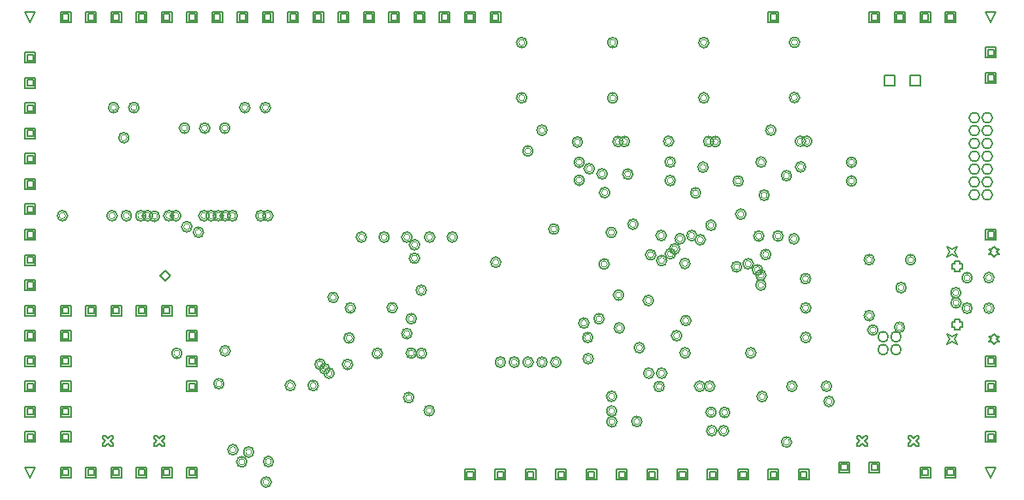
<source format=gbr>
%TF.GenerationSoftware,Altium Limited,Altium Designer,21.0.8 (223)*%
G04 Layer_Color=2752767*
%FSLAX45Y45*%
%MOMM*%
%TF.SameCoordinates,E6859DB6-3A4E-404A-A1E8-5F06C1255FAD*%
%TF.FilePolarity,Positive*%
%TF.FileFunction,Drawing*%
%TF.Part,Single*%
G01*
G75*
%TA.AperFunction,NonConductor*%
%ADD167C,0.12700*%
%ADD168C,0.16933*%
%ADD169C,0.10160*%
D167*
X8697200Y4074200D02*
Y4175800D01*
X8798800D01*
Y4074200D01*
X8697200D01*
X8951200D02*
Y4175800D01*
X9052800D01*
Y4074200D01*
X8951200D01*
X250000Y199200D02*
X199200Y300800D01*
X300800D01*
X250000Y199200D01*
X9750000D02*
X9699200Y300800D01*
X9800800D01*
X9750000Y199200D01*
Y4699200D02*
X9699200Y4800800D01*
X9800800D01*
X9750000Y4699200D01*
X250000D02*
X199200Y4800800D01*
X300800D01*
X250000Y4699200D01*
X9782000Y1517200D02*
X9807400Y1542600D01*
X9832800D01*
X9807400Y1568000D01*
X9832800Y1593400D01*
X9807400D01*
X9782000Y1618800D01*
X9756600Y1593400D01*
X9731200D01*
X9756600Y1568000D01*
X9731200Y1542600D01*
X9756600D01*
X9782000Y1517200D01*
X9313200Y2381200D02*
X9338600Y2432000D01*
X9313200Y2482800D01*
X9364000Y2457400D01*
X9414800Y2482800D01*
X9389400Y2432000D01*
X9414800Y2381200D01*
X9364000Y2406600D01*
X9313200Y2381200D01*
Y1517200D02*
X9338600Y1568000D01*
X9313200Y1618800D01*
X9364000Y1593400D01*
X9414800Y1618800D01*
X9389400Y1568000D01*
X9414800Y1517200D01*
X9364000Y1542600D01*
X9313200Y1517200D01*
X9782000Y2381200D02*
X9807400Y2406600D01*
X9832800D01*
X9807400Y2432000D01*
X9832800Y2457400D01*
X9807400D01*
X9782000Y2482800D01*
X9756600Y2457400D01*
X9731200D01*
X9756600Y2432000D01*
X9731200Y2406600D01*
X9756600D01*
X9782000Y2381200D01*
X9391600Y2263600D02*
Y2238200D01*
X9442400D01*
Y2263600D01*
X9467800D01*
Y2314400D01*
X9442400D01*
Y2339800D01*
X9391600D01*
Y2314400D01*
X9366200D01*
Y2263600D01*
X9391600D01*
Y1685600D02*
Y1660200D01*
X9442400D01*
Y1685600D01*
X9467800D01*
Y1736400D01*
X9442400D01*
Y1761800D01*
X9391600D01*
Y1736400D01*
X9366200D01*
Y1685600D01*
X9391600D01*
X8425200Y508000D02*
X8450600D01*
X8476000Y533400D01*
X8501400Y508000D01*
X8526800D01*
Y533400D01*
X8501400Y558800D01*
X8526800Y584200D01*
Y609600D01*
X8501400D01*
X8476000Y584200D01*
X8450600Y609600D01*
X8425200D01*
Y584200D01*
X8450600Y558800D01*
X8425200Y533400D01*
Y508000D01*
X8933200D02*
X8958600D01*
X8984000Y533400D01*
X9009400Y508000D01*
X9034800D01*
Y533400D01*
X9009400Y558800D01*
X9034800Y584200D01*
Y609600D01*
X9009400D01*
X8984000Y584200D01*
X8958600Y609600D01*
X8933200D01*
Y584200D01*
X8958600Y558800D01*
X8933200Y533400D01*
Y508000D01*
X965200D02*
X990600D01*
X1016000Y533400D01*
X1041400Y508000D01*
X1066800D01*
Y533400D01*
X1041400Y558800D01*
X1066800Y584200D01*
Y609600D01*
X1041400D01*
X1016000Y584200D01*
X990600Y609600D01*
X965200D01*
Y584200D01*
X990600Y558800D01*
X965200Y533400D01*
Y508000D01*
X1473200D02*
X1498600D01*
X1524000Y533400D01*
X1549400Y508000D01*
X1574800D01*
Y533400D01*
X1549400Y558800D01*
X1574800Y584200D01*
Y609600D01*
X1549400D01*
X1524000Y584200D01*
X1498600Y609600D01*
X1473200D01*
Y584200D01*
X1498600Y558800D01*
X1473200Y533400D01*
Y508000D01*
X1533700Y2197600D02*
X1584500Y2248400D01*
X1635300Y2197600D01*
X1584500Y2146800D01*
X1533700Y2197600D01*
X9699200Y1049200D02*
Y1150800D01*
X9800800D01*
Y1049200D01*
X9699200D01*
X9719520Y1069520D02*
Y1130480D01*
X9780480D01*
Y1069520D01*
X9719520D01*
X9049200Y199200D02*
Y300800D01*
X9150800D01*
Y199200D01*
X9049200D01*
X9069520Y219520D02*
Y280480D01*
X9130480D01*
Y219520D01*
X9069520D01*
X9299200Y199200D02*
Y300800D01*
X9400800D01*
Y199200D01*
X9299200D01*
X9319520Y219520D02*
Y280480D01*
X9380480D01*
Y219520D01*
X9319520D01*
X9699200Y549200D02*
Y650800D01*
X9800800D01*
Y549200D01*
X9699200D01*
X9719520Y569520D02*
Y630480D01*
X9780480D01*
Y569520D01*
X9719520D01*
X9699200Y799200D02*
Y900800D01*
X9800800D01*
Y799200D01*
X9699200D01*
X9719520Y819520D02*
Y880480D01*
X9780480D01*
Y819520D01*
X9719520D01*
X9699200Y1299200D02*
Y1400800D01*
X9800800D01*
Y1299200D01*
X9699200D01*
X9719520Y1319520D02*
Y1380480D01*
X9780480D01*
Y1319520D01*
X9719520D01*
X9699200Y2549200D02*
Y2650800D01*
X9800800D01*
Y2549200D01*
X9699200D01*
X9719520Y2569520D02*
Y2630480D01*
X9780480D01*
Y2569520D01*
X9719520D01*
X9699200Y4099200D02*
Y4200800D01*
X9800800D01*
Y4099200D01*
X9699200D01*
X9719520Y4119520D02*
Y4180480D01*
X9780480D01*
Y4119520D01*
X9719520D01*
X9699200Y4349200D02*
Y4450800D01*
X9800800D01*
Y4349200D01*
X9699200D01*
X9719520Y4369520D02*
Y4430480D01*
X9780480D01*
Y4369520D01*
X9719520D01*
X1799200Y1049200D02*
Y1150800D01*
X1900800D01*
Y1049200D01*
X1799200D01*
X1819520Y1069520D02*
Y1130480D01*
X1880480D01*
Y1069520D01*
X1819520D01*
X1799200Y1299200D02*
Y1400800D01*
X1900800D01*
Y1299200D01*
X1799200D01*
X1819520Y1319520D02*
Y1380480D01*
X1880480D01*
Y1319520D01*
X1819520D01*
X1799200Y1549200D02*
Y1650800D01*
X1900800D01*
Y1549200D01*
X1799200D01*
X1819520Y1569520D02*
Y1630480D01*
X1880480D01*
Y1569520D01*
X1819520D01*
X1799200Y1799200D02*
Y1900800D01*
X1900800D01*
Y1799200D01*
X1799200D01*
X1819520Y1819520D02*
Y1880480D01*
X1880480D01*
Y1819520D01*
X1819520D01*
X1549200Y1799200D02*
Y1900800D01*
X1650800D01*
Y1799200D01*
X1549200D01*
X1569520Y1819520D02*
Y1880480D01*
X1630480D01*
Y1819520D01*
X1569520D01*
X1299200Y1799200D02*
Y1900800D01*
X1400800D01*
Y1799200D01*
X1299200D01*
X1319520Y1819520D02*
Y1880480D01*
X1380480D01*
Y1819520D01*
X1319520D01*
X1049200Y1799200D02*
Y1900800D01*
X1150800D01*
Y1799200D01*
X1049200D01*
X1069520Y1819520D02*
Y1880480D01*
X1130480D01*
Y1819520D01*
X1069520D01*
X799200Y1799200D02*
Y1900800D01*
X900800D01*
Y1799200D01*
X799200D01*
X819520Y1819520D02*
Y1880480D01*
X880480D01*
Y1819520D01*
X819520D01*
X549200Y1799200D02*
Y1900800D01*
X650800D01*
Y1799200D01*
X549200D01*
X569520Y1819520D02*
Y1880480D01*
X630480D01*
Y1819520D01*
X569520D01*
X549200Y1549200D02*
Y1650800D01*
X650800D01*
Y1549200D01*
X549200D01*
X569520Y1569520D02*
Y1630480D01*
X630480D01*
Y1569520D01*
X569520D01*
X549200Y1299200D02*
Y1400800D01*
X650800D01*
Y1299200D01*
X549200D01*
X569520Y1319520D02*
Y1380480D01*
X630480D01*
Y1319520D01*
X569520D01*
X549200Y1049200D02*
Y1150800D01*
X650800D01*
Y1049200D01*
X549200D01*
X569520Y1069520D02*
Y1130480D01*
X630480D01*
Y1069520D01*
X569520D01*
X549200Y799200D02*
Y900800D01*
X650800D01*
Y799200D01*
X549200D01*
X569520Y819520D02*
Y880480D01*
X630480D01*
Y819520D01*
X569520D01*
X549200Y549200D02*
Y650800D01*
X650800D01*
Y549200D01*
X549200D01*
X569520Y569520D02*
Y630480D01*
X630480D01*
Y569520D01*
X569520D01*
X549200Y199200D02*
Y300800D01*
X650800D01*
Y199200D01*
X549200D01*
X569520Y219520D02*
Y280480D01*
X630480D01*
Y219520D01*
X569520D01*
X799200Y199200D02*
Y300800D01*
X900800D01*
Y199200D01*
X799200D01*
X819520Y219520D02*
Y280480D01*
X880480D01*
Y219520D01*
X819520D01*
X1049200Y199200D02*
Y300800D01*
X1150800D01*
Y199200D01*
X1049200D01*
X1069520Y219520D02*
Y280480D01*
X1130480D01*
Y219520D01*
X1069520D01*
X1299200Y199200D02*
Y300800D01*
X1400800D01*
Y199200D01*
X1299200D01*
X1319520Y219520D02*
Y280480D01*
X1380480D01*
Y219520D01*
X1319520D01*
X1549200Y199200D02*
Y300800D01*
X1650800D01*
Y199200D01*
X1549200D01*
X1569520Y219520D02*
Y280480D01*
X1630480D01*
Y219520D01*
X1569520D01*
X1799200Y199200D02*
Y300800D01*
X1900800D01*
Y199200D01*
X1799200D01*
X1819520Y219520D02*
Y280480D01*
X1880480D01*
Y219520D01*
X1819520D01*
X8549200Y4699200D02*
Y4800800D01*
X8650800D01*
Y4699200D01*
X8549200D01*
X8569520Y4719520D02*
Y4780480D01*
X8630480D01*
Y4719520D01*
X8569520D01*
X8799200Y4699200D02*
Y4800800D01*
X8900800D01*
Y4699200D01*
X8799200D01*
X8819520Y4719520D02*
Y4780480D01*
X8880480D01*
Y4719520D01*
X8819520D01*
X9049200Y4699200D02*
Y4800800D01*
X9150800D01*
Y4699200D01*
X9049200D01*
X9069520Y4719520D02*
Y4780480D01*
X9130480D01*
Y4719520D01*
X9069520D01*
X9299200Y4699200D02*
Y4800800D01*
X9400800D01*
Y4699200D01*
X9299200D01*
X9319520Y4719520D02*
Y4780480D01*
X9380480D01*
Y4719520D01*
X9319520D01*
X4549200Y4699200D02*
Y4800800D01*
X4650800D01*
Y4699200D01*
X4549200D01*
X4569520Y4719520D02*
Y4780480D01*
X4630480D01*
Y4719520D01*
X4569520D01*
X4799200Y4699200D02*
Y4800800D01*
X4900800D01*
Y4699200D01*
X4799200D01*
X4819520Y4719520D02*
Y4780480D01*
X4880480D01*
Y4719520D01*
X4819520D01*
X7549200Y4699200D02*
Y4800800D01*
X7650800D01*
Y4699200D01*
X7549200D01*
X7569520Y4719520D02*
Y4780480D01*
X7630480D01*
Y4719520D01*
X7569520D01*
X549200Y4699200D02*
Y4800800D01*
X650800D01*
Y4699200D01*
X549200D01*
X569520Y4719520D02*
Y4780480D01*
X630480D01*
Y4719520D01*
X569520D01*
X799200Y4699200D02*
Y4800800D01*
X900800D01*
Y4699200D01*
X799200D01*
X819520Y4719520D02*
Y4780480D01*
X880480D01*
Y4719520D01*
X819520D01*
X1049200Y4699200D02*
Y4800800D01*
X1150800D01*
Y4699200D01*
X1049200D01*
X1069520Y4719520D02*
Y4780480D01*
X1130480D01*
Y4719520D01*
X1069520D01*
X1299200Y4699200D02*
Y4800800D01*
X1400800D01*
Y4699200D01*
X1299200D01*
X1319520Y4719520D02*
Y4780480D01*
X1380480D01*
Y4719520D01*
X1319520D01*
X1549200Y4699200D02*
Y4800800D01*
X1650800D01*
Y4699200D01*
X1549200D01*
X1569520Y4719520D02*
Y4780480D01*
X1630480D01*
Y4719520D01*
X1569520D01*
X1799200Y4699200D02*
Y4800800D01*
X1900800D01*
Y4699200D01*
X1799200D01*
X1819520Y4719520D02*
Y4780480D01*
X1880480D01*
Y4719520D01*
X1819520D01*
X2049200Y4699200D02*
Y4800800D01*
X2150800D01*
Y4699200D01*
X2049200D01*
X2069520Y4719520D02*
Y4780480D01*
X2130480D01*
Y4719520D01*
X2069520D01*
X2299200Y4699200D02*
Y4800800D01*
X2400800D01*
Y4699200D01*
X2299200D01*
X2319520Y4719520D02*
Y4780480D01*
X2380480D01*
Y4719520D01*
X2319520D01*
X2549200Y4699200D02*
Y4800800D01*
X2650800D01*
Y4699200D01*
X2549200D01*
X2569520Y4719520D02*
Y4780480D01*
X2630480D01*
Y4719520D01*
X2569520D01*
X2799200Y4699200D02*
Y4800800D01*
X2900800D01*
Y4699200D01*
X2799200D01*
X2819520Y4719520D02*
Y4780480D01*
X2880480D01*
Y4719520D01*
X2819520D01*
X3049200Y4699200D02*
Y4800800D01*
X3150800D01*
Y4699200D01*
X3049200D01*
X3069520Y4719520D02*
Y4780480D01*
X3130480D01*
Y4719520D01*
X3069520D01*
X3299200Y4699200D02*
Y4800800D01*
X3400800D01*
Y4699200D01*
X3299200D01*
X3319520Y4719520D02*
Y4780480D01*
X3380480D01*
Y4719520D01*
X3319520D01*
X3549200Y4699200D02*
Y4800800D01*
X3650800D01*
Y4699200D01*
X3549200D01*
X3569520Y4719520D02*
Y4780480D01*
X3630480D01*
Y4719520D01*
X3569520D01*
X3799200Y4699200D02*
Y4800800D01*
X3900800D01*
Y4699200D01*
X3799200D01*
X3819520Y4719520D02*
Y4780480D01*
X3880480D01*
Y4719520D01*
X3819520D01*
X4049200Y4699200D02*
Y4800800D01*
X4150800D01*
Y4699200D01*
X4049200D01*
X4069520Y4719520D02*
Y4780480D01*
X4130480D01*
Y4719520D01*
X4069520D01*
X4299200Y4699200D02*
Y4800800D01*
X4400800D01*
Y4699200D01*
X4299200D01*
X4319520Y4719520D02*
Y4780480D01*
X4380480D01*
Y4719520D01*
X4319520D01*
X199200Y4299200D02*
Y4400800D01*
X300800D01*
Y4299200D01*
X199200D01*
X219520Y4319520D02*
Y4380480D01*
X280480D01*
Y4319520D01*
X219520D01*
X199200Y4049200D02*
Y4150800D01*
X300800D01*
Y4049200D01*
X199200D01*
X219520Y4069520D02*
Y4130480D01*
X280480D01*
Y4069520D01*
X219520D01*
X199200Y3799200D02*
Y3900800D01*
X300800D01*
Y3799200D01*
X199200D01*
X219520Y3819520D02*
Y3880480D01*
X280480D01*
Y3819520D01*
X219520D01*
X199200Y3549200D02*
Y3650800D01*
X300800D01*
Y3549200D01*
X199200D01*
X219520Y3569520D02*
Y3630480D01*
X280480D01*
Y3569520D01*
X219520D01*
X199200Y3299200D02*
Y3400800D01*
X300800D01*
Y3299200D01*
X199200D01*
X219520Y3319520D02*
Y3380480D01*
X280480D01*
Y3319520D01*
X219520D01*
X199200Y3049200D02*
Y3150800D01*
X300800D01*
Y3049200D01*
X199200D01*
X219520Y3069520D02*
Y3130480D01*
X280480D01*
Y3069520D01*
X219520D01*
X199200Y2799200D02*
Y2900800D01*
X300800D01*
Y2799200D01*
X199200D01*
X219520Y2819520D02*
Y2880480D01*
X280480D01*
Y2819520D01*
X219520D01*
X199200Y2549200D02*
Y2650800D01*
X300800D01*
Y2549200D01*
X199200D01*
X219520Y2569520D02*
Y2630480D01*
X280480D01*
Y2569520D01*
X219520D01*
X199200Y2299200D02*
Y2400800D01*
X300800D01*
Y2299200D01*
X199200D01*
X219520Y2319520D02*
Y2380480D01*
X280480D01*
Y2319520D01*
X219520D01*
X199200Y2049200D02*
Y2150800D01*
X300800D01*
Y2049200D01*
X199200D01*
X219520Y2069520D02*
Y2130480D01*
X280480D01*
Y2069520D01*
X219520D01*
X199200Y1799200D02*
Y1900800D01*
X300800D01*
Y1799200D01*
X199200D01*
X219520Y1819520D02*
Y1880480D01*
X280480D01*
Y1819520D01*
X219520D01*
X199200Y1549200D02*
Y1650800D01*
X300800D01*
Y1549200D01*
X199200D01*
X219520Y1569520D02*
Y1630480D01*
X280480D01*
Y1569520D01*
X219520D01*
X199200Y1299200D02*
Y1400800D01*
X300800D01*
Y1299200D01*
X199200D01*
X219520Y1319520D02*
Y1380480D01*
X280480D01*
Y1319520D01*
X219520D01*
X199200Y1049200D02*
Y1150800D01*
X300800D01*
Y1049200D01*
X199200D01*
X219520Y1069520D02*
Y1130480D01*
X280480D01*
Y1069520D01*
X219520D01*
X199200Y799200D02*
Y900800D01*
X300800D01*
Y799200D01*
X199200D01*
X219520Y819520D02*
Y880480D01*
X280480D01*
Y819520D01*
X219520D01*
X199200Y549200D02*
Y650800D01*
X300800D01*
Y549200D01*
X199200D01*
X219520Y569520D02*
Y630480D01*
X280480D01*
Y569520D01*
X219520D01*
X4549200Y174200D02*
Y275800D01*
X4650800D01*
Y174200D01*
X4549200D01*
X4569520Y194520D02*
Y255480D01*
X4630480D01*
Y194520D01*
X4569520D01*
X4849200Y174200D02*
Y275800D01*
X4950800D01*
Y174200D01*
X4849200D01*
X4869520Y194520D02*
Y255480D01*
X4930480D01*
Y194520D01*
X4869520D01*
X5149200Y174200D02*
Y275800D01*
X5250800D01*
Y174200D01*
X5149200D01*
X5169520Y194520D02*
Y255480D01*
X5230480D01*
Y194520D01*
X5169520D01*
X5449200Y174200D02*
Y275800D01*
X5550800D01*
Y174200D01*
X5449200D01*
X5469520Y194520D02*
Y255480D01*
X5530480D01*
Y194520D01*
X5469520D01*
X5749200Y174200D02*
Y275800D01*
X5850800D01*
Y174200D01*
X5749200D01*
X5769520Y194520D02*
Y255480D01*
X5830480D01*
Y194520D01*
X5769520D01*
X6049200Y174200D02*
Y275800D01*
X6150800D01*
Y174200D01*
X6049200D01*
X6069520Y194520D02*
Y255480D01*
X6130480D01*
Y194520D01*
X6069520D01*
X6349200Y174200D02*
Y275800D01*
X6450800D01*
Y174200D01*
X6349200D01*
X6369520Y194520D02*
Y255480D01*
X6430480D01*
Y194520D01*
X6369520D01*
X6649200Y174200D02*
Y275800D01*
X6750800D01*
Y174200D01*
X6649200D01*
X6669520Y194520D02*
Y255480D01*
X6730480D01*
Y194520D01*
X6669520D01*
X6949200Y174200D02*
Y275800D01*
X7050800D01*
Y174200D01*
X6949200D01*
X6969520Y194520D02*
Y255480D01*
X7030480D01*
Y194520D01*
X6969520D01*
X7249200Y174200D02*
Y275800D01*
X7350800D01*
Y174200D01*
X7249200D01*
X7269520Y194520D02*
Y255480D01*
X7330480D01*
Y194520D01*
X7269520D01*
X7549200Y174200D02*
Y275800D01*
X7650800D01*
Y174200D01*
X7549200D01*
X7569520Y194520D02*
Y255480D01*
X7630480D01*
Y194520D01*
X7569520D01*
X7849200Y174200D02*
Y275800D01*
X7950800D01*
Y174200D01*
X7849200D01*
X7869520Y194520D02*
Y255480D01*
X7930480D01*
Y194520D01*
X7869520D01*
X8249200Y249200D02*
Y350800D01*
X8350800D01*
Y249200D01*
X8249200D01*
X8269520Y269520D02*
Y330480D01*
X8330480D01*
Y269520D01*
X8269520D01*
X8549200Y249200D02*
Y350800D01*
X8650800D01*
Y249200D01*
X8549200D01*
X8569520Y269520D02*
Y330480D01*
X8630480D01*
Y269520D01*
X8569520D01*
D168*
X9764300Y3756000D02*
G03*
X9764300Y3756000I-50800J0D01*
G01*
X9637300D02*
G03*
X9637300Y3756000I-50800J0D01*
G01*
X9764300Y3629000D02*
G03*
X9764300Y3629000I-50800J0D01*
G01*
Y3502000D02*
G03*
X9764300Y3502000I-50800J0D01*
G01*
X9637300Y3629000D02*
G03*
X9637300Y3629000I-50800J0D01*
G01*
Y3502000D02*
G03*
X9637300Y3502000I-50800J0D01*
G01*
X9764300Y3375000D02*
G03*
X9764300Y3375000I-50800J0D01*
G01*
X9637300D02*
G03*
X9637300Y3375000I-50800J0D01*
G01*
X9764300Y3248000D02*
G03*
X9764300Y3248000I-50800J0D01*
G01*
Y3121000D02*
G03*
X9764300Y3121000I-50800J0D01*
G01*
Y2994000D02*
G03*
X9764300Y2994000I-50800J0D01*
G01*
X9637300Y3248000D02*
G03*
X9637300Y3248000I-50800J0D01*
G01*
Y3121000D02*
G03*
X9637300Y3121000I-50800J0D01*
G01*
Y2994000D02*
G03*
X9637300Y2994000I-50800J0D01*
G01*
X8862060Y1463040D02*
G03*
X8862060Y1463040I-50800J0D01*
G01*
X8735060D02*
G03*
X8735060Y1463040I-50800J0D01*
G01*
X8862060Y1590040D02*
G03*
X8862060Y1590040I-50800J0D01*
G01*
X8735060D02*
G03*
X8735060Y1590040I-50800J0D01*
G01*
X6050280Y1000520D02*
G03*
X6050280Y1000520I-50800J0D01*
G01*
X5775800Y1725000D02*
G03*
X5775800Y1725000I-50800J0D01*
G01*
X1750800Y1425000D02*
G03*
X1750800Y1425000I-50800J0D01*
G01*
X4475480Y2575560D02*
G03*
X4475480Y2575560I-50800J0D01*
G01*
X6047740Y2620920D02*
G03*
X6047740Y2620920I-50800J0D01*
G01*
X7526020Y2100580D02*
G03*
X7526020Y2100580I-50800J0D01*
G01*
X5478780Y2654300D02*
G03*
X5478780Y2654300I-50800J0D01*
G01*
X6540500Y2590800D02*
G03*
X6540500Y2590800I-50800J0D01*
G01*
X6926471Y2548786D02*
G03*
X6926471Y2548786I-50800J0D01*
G01*
X7853680Y2557780D02*
G03*
X7853680Y2557780I-50800J0D01*
G01*
X6418580Y1229360D02*
G03*
X6418580Y1229360I-50800J0D01*
G01*
X6545580D02*
G03*
X6545580Y1229360I-50800J0D01*
G01*
X8175800Y1100000D02*
G03*
X8175800Y1100000I-50800J0D01*
G01*
X4101339Y2498599D02*
G03*
X4101339Y2498599I-50800J0D01*
G01*
X4100830Y2366010D02*
G03*
X4100830Y2366010I-50800J0D01*
G01*
X3296920Y1978660D02*
G03*
X3296920Y1978660I-50800J0D01*
G01*
X3256280Y1229360D02*
G03*
X3256280Y1229360I-50800J0D01*
G01*
X4246880Y858520D02*
G03*
X4246880Y858520I-50800J0D01*
G01*
X3166983Y1318260D02*
G03*
X3166983Y1318260I-50800J0D01*
G01*
X3213100Y1272540D02*
G03*
X3213100Y1272540I-50800J0D01*
G01*
X5925800Y1767500D02*
G03*
X5925800Y1767500I-50800J0D01*
G01*
X7286725Y2281830D02*
G03*
X7286725Y2281830I-50800J0D01*
G01*
X7400305Y2311187D02*
G03*
X7400305Y2311187I-50800J0D01*
G01*
X7493000Y2250440D02*
G03*
X7493000Y2250440I-50800J0D01*
G01*
X6672940Y2458546D02*
G03*
X6672940Y2458546I-50800J0D01*
G01*
X6631707Y2410227D02*
G03*
X6631707Y2410227I-50800J0D01*
G01*
X1529080Y2781300D02*
G03*
X1529080Y2781300I-50800J0D01*
G01*
X7559040Y2989580D02*
G03*
X7559040Y2989580I-50800J0D01*
G01*
X7327900Y2801620D02*
G03*
X7327900Y2801620I-50800J0D01*
G01*
X6784340Y1750060D02*
G03*
X6784340Y1750060I-50800J0D01*
G01*
X2656840Y355600D02*
G03*
X2656840Y355600I-50800J0D01*
G01*
X6692900Y1600200D02*
G03*
X6692900Y1600200I-50800J0D01*
G01*
X8633460Y1656080D02*
G03*
X8633460Y1656080I-50800J0D01*
G01*
X6050800Y855000D02*
G03*
X6050800Y855000I-50800J0D01*
G01*
X4025800Y2575000D02*
G03*
X4025800Y2575000I-50800J0D01*
G01*
X4250800D02*
G03*
X4250800Y2575000I-50800J0D01*
G01*
X3800800D02*
G03*
X3800800Y2575000I-50800J0D01*
G01*
X3575800D02*
G03*
X3575800Y2575000I-50800J0D01*
G01*
X6545580Y2342913D02*
G03*
X6545580Y2342913I-50800J0D01*
G01*
X8200800Y950000D02*
G03*
X8200800Y950000I-50800J0D01*
G01*
X6118860Y2001520D02*
G03*
X6118860Y2001520I-50800J0D01*
G01*
X2392680Y353060D02*
G03*
X2392680Y353060I-50800J0D01*
G01*
X2461260Y449580D02*
G03*
X2461260Y449580I-50800J0D01*
G01*
X2305800Y472960D02*
G03*
X2305800Y472960I-50800J0D01*
G01*
X4069080Y1427480D02*
G03*
X4069080Y1427480I-50800J0D01*
G01*
X3734250Y1425200D02*
G03*
X3734250Y1425200I-50800J0D01*
G01*
X7302500Y3129280D02*
G03*
X7302500Y3129280I-50800J0D01*
G01*
X7919720Y3268980D02*
G03*
X7919720Y3268980I-50800J0D01*
G01*
X7780020Y3182620D02*
G03*
X7780020Y3182620I-50800J0D01*
G01*
X8422640Y3129280D02*
G03*
X8422640Y3129280I-50800J0D01*
G01*
Y3314700D02*
G03*
X8422640Y3314700I-50800J0D01*
G01*
X7980680Y3522980D02*
G03*
X7980680Y3522980I-50800J0D01*
G01*
X7917180D02*
G03*
X7917180Y3522980I-50800J0D01*
G01*
X5224780Y1338580D02*
G03*
X5224780Y1338580I-50800J0D01*
G01*
X5361940D02*
G03*
X5361940Y1338580I-50800J0D01*
G01*
X5087620D02*
G03*
X5087620Y1338580I-50800J0D01*
G01*
X5499100D02*
G03*
X5499100Y1338580I-50800J0D01*
G01*
X4950460D02*
G03*
X4950460Y1338580I-50800J0D01*
G01*
X9781540Y2174240D02*
G03*
X9781540Y2174240I-50800J0D01*
G01*
Y1871980D02*
G03*
X9781540Y1871980I-50800J0D01*
G01*
X8912860Y2075180D02*
G03*
X8912860Y2075180I-50800J0D01*
G01*
X8897620Y1684020D02*
G03*
X8897620Y1684020I-50800J0D01*
G01*
X8597900Y1798320D02*
G03*
X8597900Y1798320I-50800J0D01*
G01*
Y2352040D02*
G03*
X8597900Y2352040I-50800J0D01*
G01*
X7696200Y2585720D02*
G03*
X7696200Y2585720I-50800J0D01*
G01*
X7505700D02*
G03*
X7505700Y2585720I-50800J0D01*
G01*
X6842760Y2590800D02*
G03*
X6842760Y2590800I-50800J0D01*
G01*
X6880860Y3012440D02*
G03*
X6880860Y3012440I-50800J0D01*
G01*
X6629400Y3134360D02*
G03*
X6629400Y3134360I-50800J0D01*
G01*
Y3317240D02*
G03*
X6629400Y3317240I-50800J0D01*
G01*
X6177280Y3520440D02*
G03*
X6177280Y3520440I-50800J0D01*
G01*
X6614160Y3522980D02*
G03*
X6614160Y3522980I-50800J0D01*
G01*
X7076440Y3520440D02*
G03*
X7076440Y3520440I-50800J0D01*
G01*
X7010400D02*
G03*
X7010400Y3520440I-50800J0D01*
G01*
X7625080Y3632200D02*
G03*
X7625080Y3632200I-50800J0D01*
G01*
X7528560Y3317240D02*
G03*
X7528560Y3317240I-50800J0D01*
G01*
X7858760Y3954780D02*
G03*
X7858760Y3954780I-50800J0D01*
G01*
Y4500880D02*
G03*
X7858760Y4500880I-50800J0D01*
G01*
X6962140Y3952240D02*
G03*
X6962140Y3952240I-50800J0D01*
G01*
Y4498340D02*
G03*
X6962140Y4498340I-50800J0D01*
G01*
X6060440Y3952240D02*
G03*
X6060440Y3952240I-50800J0D01*
G01*
Y4498340D02*
G03*
X6060440Y4498340I-50800J0D01*
G01*
X1227050Y3557500D02*
G03*
X1227050Y3557500I-50800J0D01*
G01*
X619760Y2786380D02*
G03*
X619760Y2786380I-50800J0D01*
G01*
X1109980D02*
G03*
X1109980Y2786380I-50800J0D01*
G01*
X1252220D02*
G03*
X1252220Y2786380I-50800J0D01*
G01*
X1394460D02*
G03*
X1394460Y2786380I-50800J0D01*
G01*
X1460500D02*
G03*
X1460500Y2786380I-50800J0D01*
G01*
X1671320D02*
G03*
X1671320Y2786380I-50800J0D01*
G01*
X1739900D02*
G03*
X1739900Y2786380I-50800J0D01*
G01*
X2019300D02*
G03*
X2019300Y2786380I-50800J0D01*
G01*
X2090420D02*
G03*
X2090420Y2786380I-50800J0D01*
G01*
X2161540D02*
G03*
X2161540Y2786380I-50800J0D01*
G01*
X2651760D02*
G03*
X2651760Y2786380I-50800J0D01*
G01*
X2580640D02*
G03*
X2580640Y2786380I-50800J0D01*
G01*
X2301240D02*
G03*
X2301240Y2786380I-50800J0D01*
G01*
X2230120D02*
G03*
X2230120Y2786380I-50800J0D01*
G01*
X1125220Y3855720D02*
G03*
X1125220Y3855720I-50800J0D01*
G01*
X1325880D02*
G03*
X1325880Y3855720I-50800J0D01*
G01*
X2423160D02*
G03*
X2423160Y3855720I-50800J0D01*
G01*
X2626360D02*
G03*
X2626360Y3855720I-50800J0D01*
G01*
X2225040Y3652520D02*
G03*
X2225040Y3652520I-50800J0D01*
G01*
X7967980Y2164080D02*
G03*
X7967980Y2164080I-50800J0D01*
G01*
X7970520Y1582420D02*
G03*
X7970520Y1582420I-50800J0D01*
G01*
Y1874520D02*
G03*
X7970520Y1874520I-50800J0D01*
G01*
X7538720Y998220D02*
G03*
X7538720Y998220I-50800J0D01*
G01*
X7167880Y840740D02*
G03*
X7167880Y840740I-50800J0D01*
G01*
X7033260Y843280D02*
G03*
X7033260Y843280I-50800J0D01*
G01*
X6921500Y1099820D02*
G03*
X6921500Y1099820I-50800J0D01*
G01*
X6262040Y2702600D02*
G03*
X6262040Y2702600I-50800J0D01*
G01*
X5981700Y3014980D02*
G03*
X5981700Y3014980I-50800J0D01*
G01*
X5730240Y3136900D02*
G03*
X5730240Y3136900I-50800J0D01*
G01*
X5829300Y3251200D02*
G03*
X5829300Y3251200I-50800J0D01*
G01*
X6113780Y3520440D02*
G03*
X6113780Y3520440I-50800J0D01*
G01*
X5712460Y3515360D02*
G03*
X5712460Y3515360I-50800J0D01*
G01*
X5730240Y3314700D02*
G03*
X5730240Y3314700I-50800J0D01*
G01*
X5361940Y3632200D02*
G03*
X5361940Y3632200I-50800J0D01*
G01*
X5222240Y3426460D02*
G03*
X5222240Y3426460I-50800J0D01*
G01*
X5161280Y4498340D02*
G03*
X5161280Y4498340I-50800J0D01*
G01*
Y3952240D02*
G03*
X5161280Y3952240I-50800J0D01*
G01*
X2227580Y1450340D02*
G03*
X2227580Y1450340I-50800J0D01*
G01*
X4069080Y1767840D02*
G03*
X4069080Y1767840I-50800J0D01*
G01*
X3881120Y1877060D02*
G03*
X3881120Y1877060I-50800J0D01*
G01*
X6126480Y1676400D02*
G03*
X6126480Y1676400I-50800J0D01*
G01*
X4904740Y2326640D02*
G03*
X4904740Y2326640I-50800J0D01*
G01*
X9006840Y2352040D02*
G03*
X9006840Y2352040I-50800J0D01*
G01*
X9565640Y2174240D02*
G03*
X9565640Y2174240I-50800J0D01*
G01*
Y1871980D02*
G03*
X9565640Y1871980I-50800J0D01*
G01*
X2633980Y152400D02*
G03*
X2633980Y152400I-50800J0D01*
G01*
X6520180Y1097280D02*
G03*
X6520180Y1097280I-50800J0D01*
G01*
X7020560Y1099820D02*
G03*
X7020560Y1099820I-50800J0D01*
G01*
X7833360D02*
G03*
X7833360Y1099820I-50800J0D01*
G01*
X7780020Y548640D02*
G03*
X7780020Y548640I-50800J0D01*
G01*
X7157720Y660400D02*
G03*
X7157720Y660400I-50800J0D01*
G01*
X7040880D02*
G03*
X7040880Y660400I-50800J0D01*
G01*
X6299200Y751840D02*
G03*
X6299200Y751840I-50800J0D01*
G01*
X6052820Y749300D02*
G03*
X6052820Y749300I-50800J0D01*
G01*
X7526020Y2199640D02*
G03*
X7526020Y2199640I-50800J0D01*
G01*
X7426960Y1430020D02*
G03*
X7426960Y1430020I-50800J0D01*
G01*
X6776720D02*
G03*
X6776720Y1430020I-50800J0D01*
G01*
X6324600Y1480820D02*
G03*
X6324600Y1480820I-50800J0D01*
G01*
X6775450Y2313940D02*
G03*
X6775450Y2313940I-50800J0D01*
G01*
X1849120Y2677160D02*
G03*
X1849120Y2677160I-50800J0D01*
G01*
X1964690Y2622867D02*
G03*
X1964690Y2622867I-50800J0D01*
G01*
X6727190Y2559050D02*
G03*
X6727190Y2559050I-50800J0D01*
G01*
X6413500Y1948180D02*
G03*
X6413500Y1948180I-50800J0D01*
G01*
X7033260Y2692400D02*
G03*
X7033260Y2692400I-50800J0D01*
G01*
X2026920Y3652520D02*
G03*
X2026920Y3652520I-50800J0D01*
G01*
X1826260D02*
G03*
X1826260Y3652520I-50800J0D01*
G01*
X5819140Y1372540D02*
G03*
X5819140Y1372540I-50800J0D01*
G01*
X5976620Y2308860D02*
G03*
X5976620Y2308860I-50800J0D01*
G01*
X5814060Y1582420D02*
G03*
X5814060Y1582420I-50800J0D01*
G01*
X6436360Y2400300D02*
G03*
X6436360Y2400300I-50800J0D01*
G01*
X4168140Y2049780D02*
G03*
X4168140Y2049780I-50800J0D01*
G01*
X4170680Y1424940D02*
G03*
X4170680Y1424940I-50800J0D01*
G01*
X4043680Y988060D02*
G03*
X4043680Y988060I-50800J0D01*
G01*
X4025900Y1620520D02*
G03*
X4025900Y1620520I-50800J0D01*
G01*
X3467100Y1874520D02*
G03*
X3467100Y1874520I-50800J0D01*
G01*
X3454400Y1577340D02*
G03*
X3454400Y1577340I-50800J0D01*
G01*
X3439160Y1315720D02*
G03*
X3439160Y1315720I-50800J0D01*
G01*
X3098800Y1107440D02*
G03*
X3098800Y1107440I-50800J0D01*
G01*
X2872740D02*
G03*
X2872740Y1107440I-50800J0D01*
G01*
X2166620Y1125220D02*
G03*
X2166620Y1125220I-50800J0D01*
G01*
X6954520Y3266440D02*
G03*
X6954520Y3266440I-50800J0D01*
G01*
X6210300Y3197860D02*
G03*
X6210300Y3197860I-50800J0D01*
G01*
X7574280Y2402840D02*
G03*
X7574280Y2402840I-50800J0D01*
G01*
X5956300Y3200400D02*
G03*
X5956300Y3200400I-50800J0D01*
G01*
X9454240Y2024380D02*
G03*
X9454240Y2024380I-50800J0D01*
G01*
X9456420Y1925320D02*
G03*
X9456420Y1925320I-50800J0D01*
G01*
D169*
X6029960Y1000520D02*
G03*
X6029960Y1000520I-30480J0D01*
G01*
X5755480Y1725000D02*
G03*
X5755480Y1725000I-30480J0D01*
G01*
X1730480Y1425000D02*
G03*
X1730480Y1425000I-30480J0D01*
G01*
X4455160Y2575560D02*
G03*
X4455160Y2575560I-30480J0D01*
G01*
X6027420Y2620920D02*
G03*
X6027420Y2620920I-30480J0D01*
G01*
X7505700Y2100580D02*
G03*
X7505700Y2100580I-30480J0D01*
G01*
X5458460Y2654300D02*
G03*
X5458460Y2654300I-30480J0D01*
G01*
X6520180Y2590800D02*
G03*
X6520180Y2590800I-30480J0D01*
G01*
X6906151Y2548786D02*
G03*
X6906151Y2548786I-30480J0D01*
G01*
X7833360Y2557780D02*
G03*
X7833360Y2557780I-30480J0D01*
G01*
X6398260Y1229360D02*
G03*
X6398260Y1229360I-30480J0D01*
G01*
X6525260D02*
G03*
X6525260Y1229360I-30480J0D01*
G01*
X8155480Y1100000D02*
G03*
X8155480Y1100000I-30480J0D01*
G01*
X4081019Y2498599D02*
G03*
X4081019Y2498599I-30480J0D01*
G01*
X4080510Y2366010D02*
G03*
X4080510Y2366010I-30480J0D01*
G01*
X3276600Y1978660D02*
G03*
X3276600Y1978660I-30480J0D01*
G01*
X3235960Y1229360D02*
G03*
X3235960Y1229360I-30480J0D01*
G01*
X4226560Y858520D02*
G03*
X4226560Y858520I-30480J0D01*
G01*
X3146663Y1318260D02*
G03*
X3146663Y1318260I-30480J0D01*
G01*
X3192780Y1272540D02*
G03*
X3192780Y1272540I-30480J0D01*
G01*
X5905480Y1767500D02*
G03*
X5905480Y1767500I-30480J0D01*
G01*
X7266405Y2281830D02*
G03*
X7266405Y2281830I-30480J0D01*
G01*
X7379985Y2311187D02*
G03*
X7379985Y2311187I-30480J0D01*
G01*
X7472680Y2250440D02*
G03*
X7472680Y2250440I-30480J0D01*
G01*
X6652620Y2458546D02*
G03*
X6652620Y2458546I-30480J0D01*
G01*
X6611387Y2410227D02*
G03*
X6611387Y2410227I-30480J0D01*
G01*
X1508760Y2781300D02*
G03*
X1508760Y2781300I-30480J0D01*
G01*
X7538720Y2989580D02*
G03*
X7538720Y2989580I-30480J0D01*
G01*
X7307580Y2801620D02*
G03*
X7307580Y2801620I-30480J0D01*
G01*
X6764020Y1750060D02*
G03*
X6764020Y1750060I-30480J0D01*
G01*
X2636520Y355600D02*
G03*
X2636520Y355600I-30480J0D01*
G01*
X6672580Y1600200D02*
G03*
X6672580Y1600200I-30480J0D01*
G01*
X8613140Y1656080D02*
G03*
X8613140Y1656080I-30480J0D01*
G01*
X6030480Y855000D02*
G03*
X6030480Y855000I-30480J0D01*
G01*
X4005480Y2575000D02*
G03*
X4005480Y2575000I-30480J0D01*
G01*
X4230480D02*
G03*
X4230480Y2575000I-30480J0D01*
G01*
X3780480D02*
G03*
X3780480Y2575000I-30480J0D01*
G01*
X3555480D02*
G03*
X3555480Y2575000I-30480J0D01*
G01*
X6525260Y2342913D02*
G03*
X6525260Y2342913I-30480J0D01*
G01*
X8180480Y950000D02*
G03*
X8180480Y950000I-30480J0D01*
G01*
X6098540Y2001520D02*
G03*
X6098540Y2001520I-30480J0D01*
G01*
X2372360Y353060D02*
G03*
X2372360Y353060I-30480J0D01*
G01*
X2440940Y449580D02*
G03*
X2440940Y449580I-30480J0D01*
G01*
X2285480Y472960D02*
G03*
X2285480Y472960I-30480J0D01*
G01*
X4048760Y1427480D02*
G03*
X4048760Y1427480I-30480J0D01*
G01*
X3713930Y1425200D02*
G03*
X3713930Y1425200I-30480J0D01*
G01*
X7282180Y3129280D02*
G03*
X7282180Y3129280I-30480J0D01*
G01*
X7899400Y3268980D02*
G03*
X7899400Y3268980I-30480J0D01*
G01*
X7759700Y3182620D02*
G03*
X7759700Y3182620I-30480J0D01*
G01*
X8402320Y3129280D02*
G03*
X8402320Y3129280I-30480J0D01*
G01*
Y3314700D02*
G03*
X8402320Y3314700I-30480J0D01*
G01*
X7960360Y3522980D02*
G03*
X7960360Y3522980I-30480J0D01*
G01*
X7896860D02*
G03*
X7896860Y3522980I-30480J0D01*
G01*
X5204460Y1338580D02*
G03*
X5204460Y1338580I-30480J0D01*
G01*
X5341620D02*
G03*
X5341620Y1338580I-30480J0D01*
G01*
X5067300D02*
G03*
X5067300Y1338580I-30480J0D01*
G01*
X5478780D02*
G03*
X5478780Y1338580I-30480J0D01*
G01*
X4930140D02*
G03*
X4930140Y1338580I-30480J0D01*
G01*
X9761220Y2174240D02*
G03*
X9761220Y2174240I-30480J0D01*
G01*
Y1871980D02*
G03*
X9761220Y1871980I-30480J0D01*
G01*
X8892540Y2075180D02*
G03*
X8892540Y2075180I-30480J0D01*
G01*
X8877300Y1684020D02*
G03*
X8877300Y1684020I-30480J0D01*
G01*
X8577580Y1798320D02*
G03*
X8577580Y1798320I-30480J0D01*
G01*
Y2352040D02*
G03*
X8577580Y2352040I-30480J0D01*
G01*
X7675880Y2585720D02*
G03*
X7675880Y2585720I-30480J0D01*
G01*
X7485380D02*
G03*
X7485380Y2585720I-30480J0D01*
G01*
X6822440Y2590800D02*
G03*
X6822440Y2590800I-30480J0D01*
G01*
X6860540Y3012440D02*
G03*
X6860540Y3012440I-30480J0D01*
G01*
X6609080Y3134360D02*
G03*
X6609080Y3134360I-30480J0D01*
G01*
Y3317240D02*
G03*
X6609080Y3317240I-30480J0D01*
G01*
X6156960Y3520440D02*
G03*
X6156960Y3520440I-30480J0D01*
G01*
X6593840Y3522980D02*
G03*
X6593840Y3522980I-30480J0D01*
G01*
X7056120Y3520440D02*
G03*
X7056120Y3520440I-30480J0D01*
G01*
X6990080D02*
G03*
X6990080Y3520440I-30480J0D01*
G01*
X7604760Y3632200D02*
G03*
X7604760Y3632200I-30480J0D01*
G01*
X7508240Y3317240D02*
G03*
X7508240Y3317240I-30480J0D01*
G01*
X7838440Y3954780D02*
G03*
X7838440Y3954780I-30480J0D01*
G01*
Y4500880D02*
G03*
X7838440Y4500880I-30480J0D01*
G01*
X6941820Y3952240D02*
G03*
X6941820Y3952240I-30480J0D01*
G01*
Y4498340D02*
G03*
X6941820Y4498340I-30480J0D01*
G01*
X6040120Y3952240D02*
G03*
X6040120Y3952240I-30480J0D01*
G01*
Y4498340D02*
G03*
X6040120Y4498340I-30480J0D01*
G01*
X1206730Y3557500D02*
G03*
X1206730Y3557500I-30480J0D01*
G01*
X599440Y2786380D02*
G03*
X599440Y2786380I-30480J0D01*
G01*
X1089660D02*
G03*
X1089660Y2786380I-30480J0D01*
G01*
X1231900D02*
G03*
X1231900Y2786380I-30480J0D01*
G01*
X1374140D02*
G03*
X1374140Y2786380I-30480J0D01*
G01*
X1440180D02*
G03*
X1440180Y2786380I-30480J0D01*
G01*
X1651000D02*
G03*
X1651000Y2786380I-30480J0D01*
G01*
X1719580D02*
G03*
X1719580Y2786380I-30480J0D01*
G01*
X1998980D02*
G03*
X1998980Y2786380I-30480J0D01*
G01*
X2070100D02*
G03*
X2070100Y2786380I-30480J0D01*
G01*
X2141220D02*
G03*
X2141220Y2786380I-30480J0D01*
G01*
X2631440D02*
G03*
X2631440Y2786380I-30480J0D01*
G01*
X2560320D02*
G03*
X2560320Y2786380I-30480J0D01*
G01*
X2280920D02*
G03*
X2280920Y2786380I-30480J0D01*
G01*
X2209800D02*
G03*
X2209800Y2786380I-30480J0D01*
G01*
X1104900Y3855720D02*
G03*
X1104900Y3855720I-30480J0D01*
G01*
X1305560D02*
G03*
X1305560Y3855720I-30480J0D01*
G01*
X2402840D02*
G03*
X2402840Y3855720I-30480J0D01*
G01*
X2606040D02*
G03*
X2606040Y3855720I-30480J0D01*
G01*
X2204720Y3652520D02*
G03*
X2204720Y3652520I-30480J0D01*
G01*
X7947660Y2164080D02*
G03*
X7947660Y2164080I-30480J0D01*
G01*
X7950200Y1582420D02*
G03*
X7950200Y1582420I-30480J0D01*
G01*
Y1874520D02*
G03*
X7950200Y1874520I-30480J0D01*
G01*
X7518400Y998220D02*
G03*
X7518400Y998220I-30480J0D01*
G01*
X7147560Y840740D02*
G03*
X7147560Y840740I-30480J0D01*
G01*
X7012940Y843280D02*
G03*
X7012940Y843280I-30480J0D01*
G01*
X6901180Y1099820D02*
G03*
X6901180Y1099820I-30480J0D01*
G01*
X6241720Y2702600D02*
G03*
X6241720Y2702600I-30480J0D01*
G01*
X5961380Y3014980D02*
G03*
X5961380Y3014980I-30480J0D01*
G01*
X5709920Y3136900D02*
G03*
X5709920Y3136900I-30480J0D01*
G01*
X5808980Y3251200D02*
G03*
X5808980Y3251200I-30480J0D01*
G01*
X6093460Y3520440D02*
G03*
X6093460Y3520440I-30480J0D01*
G01*
X5692140Y3515360D02*
G03*
X5692140Y3515360I-30480J0D01*
G01*
X5709920Y3314700D02*
G03*
X5709920Y3314700I-30480J0D01*
G01*
X5341620Y3632200D02*
G03*
X5341620Y3632200I-30480J0D01*
G01*
X5201920Y3426460D02*
G03*
X5201920Y3426460I-30480J0D01*
G01*
X5140960Y4498340D02*
G03*
X5140960Y4498340I-30480J0D01*
G01*
Y3952240D02*
G03*
X5140960Y3952240I-30480J0D01*
G01*
X2207260Y1450340D02*
G03*
X2207260Y1450340I-30480J0D01*
G01*
X4048760Y1767840D02*
G03*
X4048760Y1767840I-30480J0D01*
G01*
X3860800Y1877060D02*
G03*
X3860800Y1877060I-30480J0D01*
G01*
X6106160Y1676400D02*
G03*
X6106160Y1676400I-30480J0D01*
G01*
X4884420Y2326640D02*
G03*
X4884420Y2326640I-30480J0D01*
G01*
X8986520Y2352040D02*
G03*
X8986520Y2352040I-30480J0D01*
G01*
X9545320Y2174240D02*
G03*
X9545320Y2174240I-30480J0D01*
G01*
Y1871980D02*
G03*
X9545320Y1871980I-30480J0D01*
G01*
X2613660Y152400D02*
G03*
X2613660Y152400I-30480J0D01*
G01*
X6499860Y1097280D02*
G03*
X6499860Y1097280I-30480J0D01*
G01*
X7000240Y1099820D02*
G03*
X7000240Y1099820I-30480J0D01*
G01*
X7813040D02*
G03*
X7813040Y1099820I-30480J0D01*
G01*
X7759700Y548640D02*
G03*
X7759700Y548640I-30480J0D01*
G01*
X7137400Y660400D02*
G03*
X7137400Y660400I-30480J0D01*
G01*
X7020560D02*
G03*
X7020560Y660400I-30480J0D01*
G01*
X6278880Y751840D02*
G03*
X6278880Y751840I-30480J0D01*
G01*
X6032500Y749300D02*
G03*
X6032500Y749300I-30480J0D01*
G01*
X7505700Y2199640D02*
G03*
X7505700Y2199640I-30480J0D01*
G01*
X7406640Y1430020D02*
G03*
X7406640Y1430020I-30480J0D01*
G01*
X6756400D02*
G03*
X6756400Y1430020I-30480J0D01*
G01*
X6304280Y1480820D02*
G03*
X6304280Y1480820I-30480J0D01*
G01*
X6755130Y2313940D02*
G03*
X6755130Y2313940I-30480J0D01*
G01*
X1828800Y2677160D02*
G03*
X1828800Y2677160I-30480J0D01*
G01*
X1944370Y2622867D02*
G03*
X1944370Y2622867I-30480J0D01*
G01*
X6706870Y2559050D02*
G03*
X6706870Y2559050I-30480J0D01*
G01*
X6393180Y1948180D02*
G03*
X6393180Y1948180I-30480J0D01*
G01*
X7012940Y2692400D02*
G03*
X7012940Y2692400I-30480J0D01*
G01*
X2006600Y3652520D02*
G03*
X2006600Y3652520I-30480J0D01*
G01*
X1805940D02*
G03*
X1805940Y3652520I-30480J0D01*
G01*
X5798820Y1372540D02*
G03*
X5798820Y1372540I-30480J0D01*
G01*
X5956300Y2308860D02*
G03*
X5956300Y2308860I-30480J0D01*
G01*
X5793740Y1582420D02*
G03*
X5793740Y1582420I-30480J0D01*
G01*
X6416040Y2400300D02*
G03*
X6416040Y2400300I-30480J0D01*
G01*
X4147820Y2049780D02*
G03*
X4147820Y2049780I-30480J0D01*
G01*
X4150360Y1424940D02*
G03*
X4150360Y1424940I-30480J0D01*
G01*
X4023360Y988060D02*
G03*
X4023360Y988060I-30480J0D01*
G01*
X4005580Y1620520D02*
G03*
X4005580Y1620520I-30480J0D01*
G01*
X3446780Y1874520D02*
G03*
X3446780Y1874520I-30480J0D01*
G01*
X3434080Y1577340D02*
G03*
X3434080Y1577340I-30480J0D01*
G01*
X3418840Y1315720D02*
G03*
X3418840Y1315720I-30480J0D01*
G01*
X3078480Y1107440D02*
G03*
X3078480Y1107440I-30480J0D01*
G01*
X2852420D02*
G03*
X2852420Y1107440I-30480J0D01*
G01*
X2146300Y1125220D02*
G03*
X2146300Y1125220I-30480J0D01*
G01*
X6934200Y3266440D02*
G03*
X6934200Y3266440I-30480J0D01*
G01*
X6189980Y3197860D02*
G03*
X6189980Y3197860I-30480J0D01*
G01*
X7553960Y2402840D02*
G03*
X7553960Y2402840I-30480J0D01*
G01*
X5935980Y3200400D02*
G03*
X5935980Y3200400I-30480J0D01*
G01*
X9433920Y2024380D02*
G03*
X9433920Y2024380I-30480J0D01*
G01*
X9436100Y1925320D02*
G03*
X9436100Y1925320I-30480J0D01*
G01*
%TF.MD5,b30f3aa7c236640f544d846941d14c0a*%
M02*

</source>
